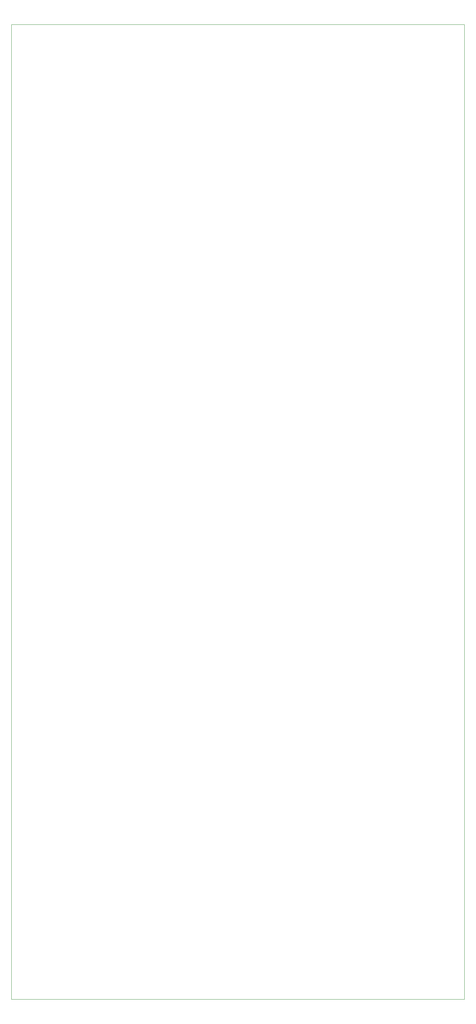
<source format=gm1>
G04 #@! TF.GenerationSoftware,KiCad,Pcbnew,7.0.6*
G04 #@! TF.CreationDate,2024-11-03T17:15:59-05:00*
G04 #@! TF.ProjectId,Center_Flex_V1,43656e74-6572-45f4-966c-65785f56312e,rev?*
G04 #@! TF.SameCoordinates,Original*
G04 #@! TF.FileFunction,Profile,NP*
%FSLAX46Y46*%
G04 Gerber Fmt 4.6, Leading zero omitted, Abs format (unit mm)*
G04 Created by KiCad (PCBNEW 7.0.6) date 2024-11-03 17:15:59*
%MOMM*%
%LPD*%
G01*
G04 APERTURE LIST*
G04 #@! TA.AperFunction,Profile*
%ADD10C,0.200000*%
G04 #@! TD*
G04 APERTURE END LIST*
D10*
X403400000Y-201900000D02*
X623400000Y-201900000D01*
X623400000Y-674800000D01*
X403400000Y-674800000D01*
X403400000Y-201900000D01*
M02*

</source>
